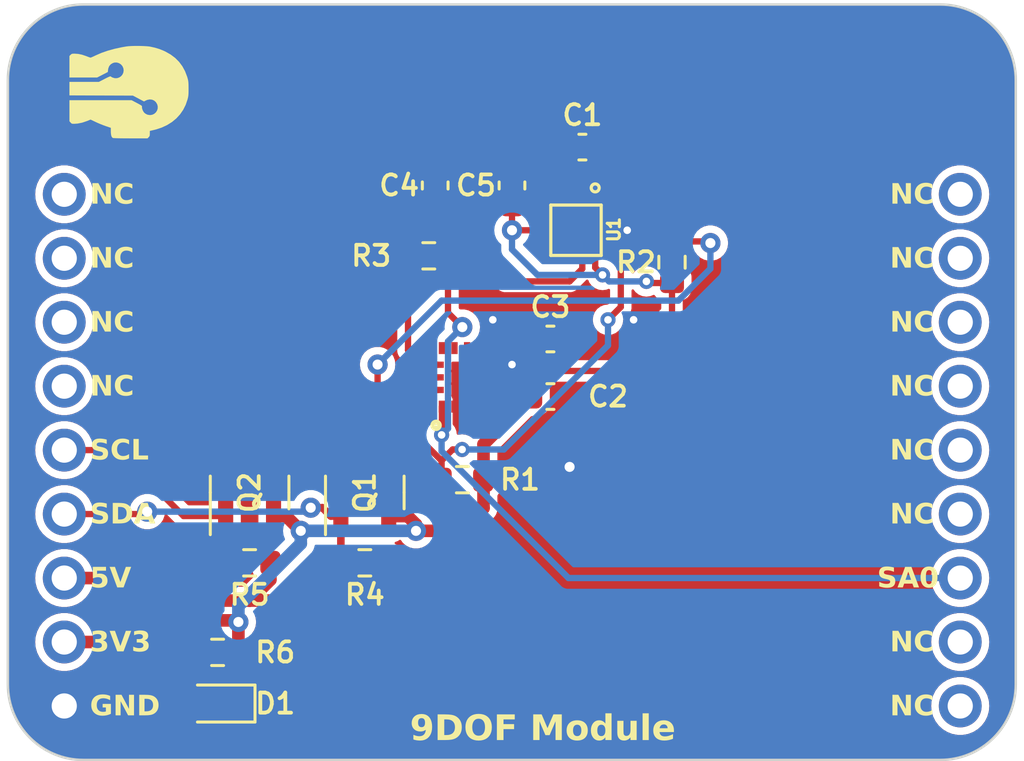
<source format=kicad_pcb>
(kicad_pcb (version 20221018) (generator pcbnew)
  (layers (0 "F.Cu" signal) (31 "B.Cu" signal) (34 "B.Paste" user) (35 "F.Paste" user) (36 "B.SilkS" user "B.Silkscreen") (37 "F.SilkS" user "F.Silkscreen") (38 "B.Mask" user) (39 "F.Mask" user) (44 "Edge.Cuts" user))
  (net 0 "")
  (net 1 "GND")
  (net 3 "+3V3")
  (net 7 "Net-(AC1-SCL)")
  (net 8 "Net-(AC1-SDA)")
  (net 9 "Net-(U1-C1)")
  (net 10 "Net-(D1-A)")
  (net 11 "SDA")
  (net 12 "SCL")
  (net 13 "+5V")
  (net 28 "SA0")
  (footprint "Moduler_:pin_header" (layer "F.Cu") (at 88.147877 63.59652)
    (fp_text reference "U2" hide)
    (fp_text value "~" hide)
    (fp_text user "SCL" (at -16.51 0 unlocked) (layer "F.SilkS") (effects (font (size 0.8 0.8) (thickness 0.2) bold) (justify left bottom)))
    (fp_text user "NC" (at -16.51 -2.54 unlocked) (layer "F.SilkS") (effects (font (size 0.8 0.8) (thickness 0.2) bold) (justify left bottom)))
    (fp_text user "NC" (at -16.51 -5.08 unlocked) (layer "F.SilkS") (effects (font (size 0.8 0.8) (thickness 0.2) bold) (justify left bottom)))
    (fp_text user "NC" (at 15.24 -5.08 unlocked) (layer "F.SilkS") (effects (font (size 0.8 0.8) (thickness 0.2) bold) (justify left bottom)))
    (fp_text user "NC" (at -16.51 -7.62 unlocked) (layer "F.SilkS") (effects (font (size 0.8 0.8) (thickness 0.2) bold) (justify left bottom)))
    (fp_text user "NC" (at 15.24 7.62 unlocked) (layer "F.SilkS") (effects (font (size 0.8 0.8) (thickness 0.2) bold) (justify left bottom)))
    (fp_text user "GND" (at -16.51 10.16 unlocked) (layer "F.SilkS") (effects (font (size 0.8 0.8) (thickness 0.2) bold) (justify left bottom)))
    (fp_text user "5V" (at -16.51 5.08 unlocked) (layer "F.SilkS") (effects (font (size 0.8 0.8) (thickness 0.2) bold) (justify left bottom)))
    (fp_text user "SDA" (at -16.51 2.54 unlocked) (layer "F.SilkS") (effects (font (size 0.8 0.8) (thickness 0.2) bold) (justify left bottom)))
    (fp_text user "NC" (at 15.24 -2.54 unlocked) (layer "F.SilkS") (effects (font (size 0.8 0.8) (thickness 0.2) bold) (justify left bottom)))
    (fp_text user "NC" (at 15.24 10.16 unlocked) (layer "F.SilkS") (effects (font (size 0.8 0.8) (thickness 0.2) bold) (justify left bottom)))
    (fp_text user "NC" (at 15.24 -10.16 unlocked) (layer "F.SilkS") (effects (font (size 0.8 0.8) (thickness 0.2) bold) (justify left bottom)))
    (fp_text user "9DOF Module" (at -3.81 11.176 unlocked) (layer "F.SilkS") (effects (font (thickness 0.2) bold) (justify left bottom)))
    (fp_text user "NC" (at 15.24 2.54 unlocked) (layer "F.SilkS") (effects (font (size 0.8 0.8) (thickness 0.2) bold) (justify left bottom)))
    (fp_text user "NC" (at -16.51 -10.16 unlocked) (layer "F.SilkS") (effects (font (size 0.8 0.8) (thickness 0.2) bold) (justify left bottom)))
    (fp_text user "3V3" (at -16.51 7.62 unlocked) (layer "F.SilkS") (effects (font (size 0.8 0.8) (thickness 0.2) bold) (justify left bottom)))
    (fp_text user "SA0" (at 14.732 5.08 unlocked) (layer "F.SilkS") (effects (font (size 0.8 0.8) (thickness 0.2) bold) (justify left bottom)))
    (fp_text user "NC" (at 15.24 -7.62 unlocked) (layer "F.SilkS") (effects (font (size 0.8 0.8) (thickness 0.2) bold) (justify left bottom)))
    (fp_text user "NC" (at 15.24 0 unlocked) (layer "F.SilkS") (effects (font (size 0.8 0.8) (thickness 0.2) bold) (justify left bottom)))
    (fp_poly (pts (xy -14.485582 -16.559009) (xy -14.360573 -16.554745) (xy -14.248636 -16.54798) (xy -14.157002 -16.538775) (xy -14.117924 -16.532703) (xy -13.929469 -16.491549) (xy -13.759531 -16.440533) (xy -13.595569 -16.375574) (xy -13.505604 -16.333511) (xy -13.302009 -16.218091) (xy -13.123321 -16.083397) (xy -12.969118 -15.928915) (xy -12.838978 -15.754131) (xy -12.73248 -15.558531) (xy -12.6492 -15.3416) (xy -12.625721 -15.261504) (xy -12.612959 -15.20932) (xy -12.603846 -15.156964) (xy -12.597806 -15.097579) (xy -12.594264 -15.024306) (xy -12.592645 -14.930288) (xy -12.59236 -14.863654) (xy -12.592671 -14.758539) (xy -12.594379 -14.67766) (xy -12.598173 -14.613669) (xy -12.604739 -14.559219) (xy -12.614766 -14.506962) (xy -12.628942 -14.449549) (xy -12.632287 -14.43698) (xy -12.705714 -14.221543) (xy -12.805363 -14.022972) (xy -12.930147 -13.842253) (xy -13.078978 -13.68037) (xy -13.250768 -13.538308) (xy -13.444431 -13.417053) (xy -13.658878 -13.317589) (xy -13.893022 -13.240901) (xy -13.975535 -13.220506) (xy -14.129547 -13.185381) (xy -14.129547 -13.083439) (xy -14.131087 -13.025365) (xy -14.138019 -12.987709) (xy -14.153807 -12.959356) (xy -14.17572 -12.935324) (xy -14.221893 -12.889151) (xy -14.898388 -12.889632) (xy -15.093554 -12.890179) (xy -15.257188 -12.891522) (xy -15.389336 -12.893662) (xy -15.490047 -12.896601) (xy -15.559371 -12.900339) (xy -15.597354 -12.904877) (xy -15.604006 -12.907041) (xy -15.639705 -12.944721) (xy -15.663541 -13.009816) (xy -15.675744 -13.103144) (xy -15.677582 -13.169023) (xy -15.677607 -13.307746) (xy -15.877323 -13.375342) (xy -15.973613 -13.410249) (xy -16.083694 -13.453796) (xy -16.193274 -13.500154) (xy -16.27912 -13.539209) (xy -16.481202 -13.63548) (xy -16.625058 -13.577237) (xy -16.814264 -13.51298) (xy -16.995657 -13.477073) (xy -17.112214 -13.468483) (xy -17.172568 -13.467793) (xy -17.210949 -13.471228) (xy -17.236949 -13.481681) (xy -17.260163 -13.502045) (xy -17.274123 -13.517292) (xy -17.320343 -13.568879) (xy -17.320343 -13.987224) (xy -17.320343 -14.405569) (xy -16.086926 -14.405569) (xy -14.85351 -14.405569) (xy -14.643801 -14.294889) (xy -14.56284 -14.251731) (xy -14.506066 -14.219928) (xy -14.469493 -14.196546) (xy -14.449134 -14.178651) (xy -14.441003 -14.163308) (xy -14.441111 -14.147581) (xy -14.441413 -14.14592) (xy -14.43976 -14.092795) (xy -14.421236 -14.027967) (xy -14.3904 -13.962942) (xy -14.35181 -13.909228) (xy -14.344762 -13.902005) (xy -14.296227 -13.865834) (xy -14.236644 -13.835404) (xy -14.214799 -13.827587) (xy -14.121045 -13.813694) (xy -14.033382 -13.827179) (xy -13.955509 -13.863953) (xy -13.891126 -13.919926) (xy -13.843932 -13.991011) (xy -13.817627 -14.073118) (xy -13.815911 -14.162158) (xy -13.838074 -14.243952) (xy -13.888707 -14.328311) (xy -13.95777 -14.389514) (xy -14.040589 -14.425955) (xy -14.132494 -14.436027) (xy -14.228811 -14.418125) (xy -14.281052 -14.396241) (xy -14.36193 -14.355321) (xy -14.581404 -14.471272) (xy -14.800878 -14.587224) (xy -16.06061 -14.591538) (xy -17.320343 -14.595853) (xy -17.320343 -14.86402) (xy -17.320343 -15.132186) (xy -16.736108 -15.132186) (xy -16.151873 -15.132186) (xy -15.92364 -15.25081) (xy -15.825628 -15.300328) (xy -15.752835 -15.333929) (xy -15.705794 -15.351385) (xy -15.685044 -15.352471) (xy -15.684533 -15.351839) (xy -15.664369 -15.334981) (xy -15.626413 -15.313259) (xy -15.608475 -15.304645) (xy -15.517344 -15.278515) (xy -15.42868 -15.280387) (xy -15.34665 -15.306716) (xy -15.27542 -15.353956) (xy -15.219157 -15.418565) (xy -15.182028 -15.496995) (xy -15.1682 -15.585704) (xy -15.178799 -15.670169) (xy -15.216089 -15.756834) (xy -15.2752 -15.826154) (xy -15.350432 -15.875231) (xy -15.436087 -15.901168) (xy -15.526465 -15.901066) (xy -15.594919 -15.881743) (xy -15.679764 -15.831605) (xy -15.7402 -15.761879) (xy -15.776844 -15.671686) (xy -15.787538 -15.6087) (xy -15.796027 -15.524455) (xy -16.008245 -15.415199) (xy -16.220463 -15.305942) (xy -16.770403 -15.305942) (xy -17.320343 -15.305942) (xy -17.320343 -15.73365) (xy -17.320343 -16.161358) (xy -17.27417 -16.207531) (xy -17.247441 -16.231634) (xy -17.221044 -16.24546) (xy -17.185152 -16.251797) (xy -17.129936 -16.253429) (xy -17.112261 -16.253429) (xy -16.965134 -16.242789) (xy -16.813828 -16.210492) (xy -16.650907 -16.15493) (xy -16.643254 -16.151886) (xy -16.580147 -16.127507) (xy -16.526736 -16.108472) (xy -16.490695 -16.097439) (xy -16.481152 -16.095743) (xy -16.459332 -16.102404) (xy -16.415439 -16.120594) (xy -16.35561 -16.147624) (xy -16.285983 -16.180807) (xy -16.277762 -16.184828) (xy -16.053998 -16.282606) (xy -15.80365 -16.369931) (xy -15.530295 -16.445763) (xy -15.237504 -16.509065) (xy -15.053614 -16.540657) (xy -14.971712 -16.549822) (xy -14.866727 -16.556178) (xy -14.74589 -16.559787) (xy -14.616431 -16.56071)) (fill solid) (layer "F.SilkS"))
    (fp_poly (pts (xy -19.759475 -15.361112) (xy -19.747896 -15.5134) (xy -19.728827 -15.663474) (xy -19.702457 -15.811146) (xy -19.668975 -15.956226) (xy -19.628568 -16.098527) (xy -19.581426 -16.23786) (xy -19.527736 -16.374037) (xy -19.467687 -16.506869) (xy -19.401468 -16.636168) (xy -19.329267 -16.761745) (xy -19.251272 -16.883413) (xy -19.167671 -17.000982) (xy -19.078654 -17.114264) (xy -18.984408 -17.223072) (xy -18.885122 -17.327215) (xy -18.780984 -17.426507) (xy -18.672182 -17.520758) (xy -18.558906 -17.609781) (xy -18.441343 -17.693386) (xy -18.319683 -17.771386) (xy -18.194112 -17.843591) (xy -18.06482 -17.909814) (xy -17.931995 -17.969866) (xy -17.795826 -18.023559) (xy -17.6565 -18.070704) (xy -17.514207 -18.111113) (xy -17.369134 -18.144597) (xy -17.221471 -18.170968) (xy -17.071405 -18.190038) (xy -16.919125 -18.201619) (xy -16.764819 -18.20552) (xy 17.238832 -18.20552) (xy 17.393137 -18.201619) (xy 17.545417 -18.190038) (xy 17.695483 -18.170968) (xy 17.843146 -18.144597) (xy 17.988219 -18.111113) (xy 18.130512 -18.070704) (xy 18.269837 -18.023559) (xy 18.406006 -17.969866) (xy 18.538831 -17.909814) (xy 18.668123 -17.843591) (xy 18.793694 -17.771386) (xy 18.915355 -17.693386) (xy 19.032917 -17.609781) (xy 19.146194 -17.520758) (xy 19.254995 -17.426507) (xy 19.359133 -17.327215) (xy 19.458419 -17.223072) (xy 19.552665 -17.114264) (xy 19.641683 -17.000982) (xy 19.725284 -16.883413) (xy 19.803279 -16.761745) (xy 19.87548 -16.636168) (xy 19.9417 -16.506869) (xy 20.001748 -16.374037) (xy 20.055438 -16.23786) (xy 20.102581 -16.098527) (xy 20.142987 -15.956226) (xy 20.17647 -15.811146) (xy 20.20284 -15.663474) (xy 20.221909 -15.5134) (xy 20.233488 -15.361112) (xy 20.23739 -15.206798) (xy 20.23739 8.797094) (xy 20.233488 8.951408) (xy 20.221909 9.103696) (xy 20.20284 9.25377) (xy 20.17647 9.401441) (xy 20.142987 9.546522) (xy 20.102581 9.688822) (xy 20.055438 9.828155) (xy 20.001748 9.964332) (xy 19.9417 10.097164) (xy 19.87548 10.226463) (xy 19.803279 10.352041) (xy 19.725284 10.473708) (xy 19.641683 10.591278) (xy 19.552665 10.70456) (xy 19.458419 10.813367) (xy 19.359133 10.917511) (xy 19.254995 11.016803) (xy 19.146194 11.111054) (xy 19.032917 11.200077) (xy 18.915355 11.283682) (xy 18.793694 11.361681) (xy 18.668123 11.433887) (xy 18.538831 11.50011) (xy 18.406006 11.560162) (xy 18.269837 11.613855) (xy 18.130512 11.661) (xy 17.988219 11.701409) (xy 17.843146 11.734893) (xy 17.695483 11.761265) (xy 17.545417 11.780334) (xy 17.393137 11.791915) (xy 17.238832 11.795817) (xy -16.764819 11.795817) (xy -16.919125 11.791915) (xy -17.071405 11.780334) (xy -17.221471 11.761265) (xy -17.369134 11.734893) (xy -17.514207 11.701409) (xy -17.6565 11.661) (xy -17.795826 11.613855) (xy -17.931995 11.560162) (xy -18.06482 11.50011) (xy -18.194112 11.433887) (xy -18.319683 11.361681) (xy -18.441343 11.283682) (xy -18.558906 11.200077) (xy -18.672182 11.111054) (xy -18.780984 11.016803) (xy -18.885122 10.917511) (xy -18.984408 10.813367) (xy -19.078654 10.70456) (xy -19.167671 10.591278) (xy -19.251272 10.473708) (xy -19.329267 10.352041) (xy -19.401468 10.226463) (xy -19.467687 10.097164) (xy -19.527736 9.964332) (xy -19.581426 9.828155) (xy -19.628568 9.688822) (xy -19.668975 9.546522) (xy -19.702457 9.401441) (xy -19.728827 9.25377) (xy -19.747896 9.103696) (xy -19.759475 8.951408) (xy -19.763377 8.797094) (xy -19.763377 -15.206798)) (stroke (width 0.1)) (fill none) (layer "Edge.Cuts"))
    (pad "1" thru_hole oval (at -17.526 -10.668) (size 1.7 1.7) (drill 1) (layers "*.Cu" "*.Mask"))
    (pad "2" thru_hole oval (at -17.526 -8.128) (size 1.7 1.7) (drill 1) (layers "*.Cu" "*.Mask"))
    (pad "3" thru_hole oval (at -17.526 -5.588) (size 1.7 1.7) (drill 1) (layers "*.Cu" "*.Mask"))
    (pad "4" thru_hole oval (at -17.526 -3.048) (size 1.7 1.7) (drill 1) (layers "*.Cu" "*.Mask"))
    (pad "5" thru_hole oval (at -17.526 -0.508) (size 1.7 1.7) (drill 1) (layers "*.Cu" "*.Mask") (net 12 "SCL"))
    (pad "6" thru_hole oval (at -17.526 2.032) (size 1.7 1.7) (drill 1) (layers "*.Cu" "*.Mask") (net 11 "SDA"))
    (pad "7" thru_hole oval (at -17.526 4.572) (size 1.7 1.7) (drill 1) (layers "*.Cu" "*.Mask") (net 13 "+5V"))
    (pad "8" thru_hole oval (at -17.526 7.112) (size 1.7 1.7) (drill 1) (layers "*.Cu" "*.Mask") (net 3 "+3V3"))
    (pad "9" thru_hole oval (at -17.526 9.652) (size 1.7 1.7) (drill 1) (layers "*.Cu" "*.Mask") (net 1 "GND"))
    (pad "10" thru_hole oval (at 18.034 9.652) (size 1.7 1.7) (drill 1) (layers "*.Cu" "*.Mask"))
    (pad "11" thru_hole oval (at 18.034 7.112) (size 1.7 1.7) (drill 1) (layers "*.Cu" "*.Mask"))
    (pad "12" thru_hole oval (at 18.034 4.572) (size 1.7 1.7) (drill 1) (layers "*.Cu" "*.Mask") (net 28 "SA0"))
    (pad "13" thru_hole oval (at 18.034 2.032) (size 1.7 1.7) (drill 1) (layers "*.Cu" "*.Mask"))
    (pad "14" thru_hole oval (at 18.034 -0.508) (size 1.7 1.7) (drill 1) (layers "*.Cu" "*.Mask"))
    (pad "15" thru_hole oval (at 18.034 -3.048) (size 1.7 1.7) (drill 1) (layers "*.Cu" "*.Mask"))
    (pad "16" thru_hole oval (at 18.034 -5.588) (size 1.7 1.7) (drill 1) (layers "*.Cu" "*.Mask"))
    (pad "17" thru_hole oval (at 18.034 -8.128) (size 1.7 1.7) (drill 1) (layers "*.Cu" "*.Mask"))
    (pad "18" thru_hole oval (at 18.034 -10.668) (size 1.7 1.7) (drill 1) (layers "*.Cu" "*.Mask"))
  )
  (footprint "meminle:LGA12_2X2" (layer "F.Cu") (at 90.932 54.356 -90)
    (fp_text reference "U1" (at -0.026 -1.5048 90) (layer "F.SilkS") (effects (font (size 0.48 0.48) (thickness 0.12))))
    (fp_text value "LIS3MDLTR")
    (fp_line (start -1 -1) (end 1 -1) (stroke (width 0.127)) (layer "F.SilkS"))
    (fp_line (start -1 1) (end -1 -1) (stroke (width 0.127)) (layer "F.SilkS"))
    (fp_line (start 1 -1) (end 1 1) (stroke (width 0.127)) (layer "F.SilkS"))
    (fp_line (start 1 1) (end -1 1) (stroke (width 0.127)) (layer "F.SilkS"))
    (fp_circle (center -1.682112 -0.762) (end -1.524 -0.762) (stroke (width 0.127)) (fill none) (layer "F.SilkS"))
    (pad "1" smd rect (at -0.75 -0.75 270) (size 0.3 0.3) (layers "F.Cu" "F.Paste") (net 7 "Net-(AC1-SCL)"))
    (pad "2" smd rect (at -0.75 -0.25 270) (size 0.3 0.3) (layers "F.Cu" "F.Paste") (net 1 "GND"))
    (pad "3" smd rect (at -0.75 0.25 270) (size 0.3 0.3) (layers "F.Cu" "F.Paste") (net 1 "GND"))
    (pad "4" smd rect (at -0.75 0.75 270) (size 0.3 0.3) (layers "F.Cu" "F.Paste") (net 9 "Net-(U1-C1)"))
    (pad "5" smd rect (at -0.25 0.75 270) (size 0.3 0.3) (layers "F.Cu" "F.Paste") (net 3 "+3V3"))
    (pad "6" smd rect (at 0.25 0.75 270) (size 0.3 0.3) (layers "F.Cu" "F.Paste") (net 3 "+3V3"))
    (pad "7" smd rect (at 0.75 0.75 270) (size 0.3 0.3) (layers "F.Cu" "F.Paste"))
    (pad "8" smd rect (at 0.75 0.25 270) (size 0.3 0.3) (layers "F.Cu"))
    (pad "9" smd rect (at 0.75 -0.25 270) (size 0.3 0.3) (layers "F.Cu" "F.Paste") (net 28 "SA0"))
    (pad "10" smd rect (at 0.75 -0.75 270) (size 0.3 0.3) (layers "F.Cu" "F.Paste") (net 3 "+3V3"))
    (pad "11" smd rect (at 0.25 -0.75 270) (size 0.3 0.3) (layers "F.Cu" "F.Paste") (net 8 "Net-(AC1-SDA)"))
    (pad "12" smd rect (at -0.25 -0.75 270) (size 0.3 0.3) (layers "F.Cu" "F.Paste") (net 1 "GND"))
  )
  (footprint "Package_TO_SOT_SMD:SOT-23" (layer "F.Cu") (at 82.55 64.77 90)
    (fp_text reference "Q1" (at 0 0 90) (layer "F.SilkS") (effects (font (size 0.8 0.8) (thickness 0.15) bold)))
    (fp_text value "NMOS" hide)
    (fp_line (start 0 -1.56) (end -1.675 -1.56) (stroke (width 0.12)) (layer "F.SilkS"))
    (fp_line (start 0 -1.56) (end 0.65 -1.56) (stroke (width 0.12)) (layer "F.SilkS"))
    (fp_line (start 0 1.56) (end -0.65 1.56) (stroke (width 0.12)) (layer "F.SilkS"))
    (fp_line (start 0 1.56) (end 0.65 1.56) (stroke (width 0.12)) (layer "F.SilkS"))
    (pad "1" smd roundrect (at -0.9375 -0.95 90) (size 1.475 0.6) (layers "F.Cu" "F.Paste" "F.Mask") (net 11 "SDA"))
    (pad "2" smd roundrect (at -0.9375 0.95 90) (size 1.475 0.6) (layers "F.Cu" "F.Paste" "F.Mask") (net 3 "+3V3"))
    (pad "3" smd roundrect (at 0.9375 0 90) (size 1.475 0.6) (layers "F.Cu" "F.Paste" "F.Mask") (net 8 "Net-(AC1-SDA)"))
  )
  (footprint "Resistor_SMD:R_0603_1608Metric" (layer "F.Cu") (at 85.09 55.372)
    (fp_text reference "R3" (at -2.286 0) (layer "F.SilkS") (effects (font (size 0.8 0.8) (thickness 0.15) bold)))
    (fp_text value "10k" hide)
    (fp_line (start -0.237258 -0.5225) (end 0.237258 -0.5225) (stroke (width 0.12)) (layer "F.SilkS"))
    (fp_line (start -0.237258 0.5225) (end 0.237258 0.5225) (stroke (width 0.12)) (layer "F.SilkS"))
    (pad "1" smd roundrect (at -0.825 0) (size 0.8 0.95) (layers "F.Cu" "F.Paste" "F.Mask") (net 3 "+3V3"))
    (pad "2" smd roundrect (at 0.825 0) (size 0.8 0.95) (layers "F.Cu" "F.Paste" "F.Mask") (net 28 "SA0"))
  )
  (footprint "Resistor_SMD:R_0603_1608Metric" (layer "F.Cu") (at 86.423 64.262 180)
    (fp_text reference "R1" (at -2.286 0) (layer "F.SilkS") (effects (font (size 0.8 0.8) (thickness 0.15) bold)))
    (fp_text value "10k" hide)
    (fp_line (start -0.237258 -0.5225) (end 0.237258 -0.5225) (stroke (width 0.12)) (layer "F.SilkS"))
    (fp_line (start -0.237258 0.5225) (end 0.237258 0.5225) (stroke (width 0.12)) (layer "F.SilkS"))
    (pad "1" smd roundrect (at -0.825 0 180) (size 0.8 0.95) (layers "F.Cu" "F.Paste" "F.Mask") (net 3 "+3V3"))
    (pad "2" smd roundrect (at 0.825 0 180) (size 0.8 0.95) (layers "F.Cu" "F.Paste" "F.Mask") (net 8 "Net-(AC1-SDA)"))
  )
  (footprint "Capacitor_SMD:C_0603_1608Metric" (layer "F.Cu") (at 85.344 52.578 90)
    (fp_text reference "C4" (at 0 -1.43 180) (layer "F.SilkS") (effects (font (size 0.8 0.8) (thickness 0.15) bold)))
    (fp_text value "C")
    (fp_line (start -0.14058 -0.51) (end 0.14058 -0.51) (stroke (width 0.12)) (layer "F.SilkS"))
    (fp_line (start -0.14058 0.51) (end 0.14058 0.51) (stroke (width 0.12)) (layer "F.SilkS"))
    (pad "1" smd roundrect (at -0.775 0 90) (size 0.9 0.95) (layers "F.Cu" "F.Paste" "F.Mask") (net 3 "+3V3"))
    (pad "2" smd roundrect (at 0.775 0 90) (size 0.9 0.95) (layers "F.Cu" "F.Paste" "F.Mask") (net 1 "GND"))
  )
  (footprint "Capacitor_SMD:C_0603_1608Metric" (layer "F.Cu") (at 89.916 58.674)
    (fp_text reference "C3" (at 0 -1.27 180) (layer "F.SilkS") (effects (font (size 0.8 0.8) (thickness 0.15) bold)))
    (fp_text value "C")
    (fp_line (start -0.14058 -0.51) (end 0.14058 -0.51) (stroke (width 0.12)) (layer "F.SilkS"))
    (fp_line (start -0.14058 0.51) (end 0.14058 0.51) (stroke (width 0.12)) (layer "F.SilkS"))
    (pad "1" smd roundrect (at -0.775 0) (size 0.9 0.95) (layers "F.Cu" "F.Paste" "F.Mask") (net 3 "+3V3"))
    (pad "2" smd roundrect (at 0.775 0) (size 0.9 0.95) (layers "F.Cu" "F.Paste" "F.Mask") (net 1 "GND"))
  )
  (footprint "meminle:LGA-14_2.5X3X0.86_" (layer "F.Cu") (at 86.36 60.198 90)
    (fp_text reference "AC1" hide)
    (fp_text value "LSM6DSOTR" hide)
    (fp_circle (center -1.905 -0.98) (end -1.905 -0.953) (stroke (width 0.2)) (fill none) (layer "F.SilkS"))
    (pad "1" smd rect (at -1.1625 -0.75 180) (size 0.25 0.475) (layers "F.Cu" "F.Paste" "F.Mask") (net 28 "SA0"))
    (pad "2" smd rect (at -1.1625 -0.25 180) (size 0.25 0.475) (layers "F.Cu" "F.Paste" "F.Mask") (net 1 "GND"))
    (pad "3" smd rect (at -1.1625 0.25 180) (size 0.25 0.475) (layers "F.Cu" "F.Paste" "F.Mask") (net 1 "GND"))
    (pad "4" smd rect (at -1.1625 0.75 180) (size 0.25 0.475) (layers "F.Cu" "F.Paste" "F.Mask"))
    (pad "5" smd rect (at -0.5 0.9125 90) (size 0.25 0.475) (layers "F.Cu" "F.Paste" "F.Mask") (net 3 "+3V3"))
    (pad "6" smd rect (at 0 0.9125 90) (size 0.25 0.475) (layers "F.Cu" "F.Paste" "F.Mask") (net 1 "GND"))
    (pad "7" smd rect (at 0.5 0.9125 90) (size 0.25 0.475) (layers "F.Cu" "F.Paste" "F.Mask") (net 1 "GND"))
    (pad "8" smd rect (at 1.1625 0.75 180) (size 0.25 0.475) (layers "F.Cu" "F.Paste" "F.Mask") (net 3 "+3V3"))
    (pad "9" smd rect (at 1.1625 0.25 180) (size 0.25 0.475) (layers "F.Cu" "F.Paste" "F.Mask"))
    (pad "10" smd rect (at 1.1625 -0.25 180) (size 0.25 0.475) (layers "F.Cu" "F.Paste" "F.Mask"))
    (pad "11" smd rect (at 1.1625 -0.75 180) (size 0.25 0.475) (layers "F.Cu" "F.Paste" "F.Mask"))
    (pad "12" smd rect (at 0.5 -0.9125 90) (size 0.25 0.475) (layers "F.Cu" "F.Paste" "F.Mask") (net 3 "+3V3"))
    (pad "13" smd rect (at 0 -0.9125 90) (size 0.25 0.475) (layers "F.Cu" "F.Paste" "F.Mask") (net 7 "Net-(AC1-SCL)"))
    (pad "14" smd rect (at -0.5 -0.9125 90) (size 0.25 0.475) (layers "F.Cu" "F.Paste" "F.Mask") (net 8 "Net-(AC1-SDA)"))
  )
  (footprint "Resistor_SMD:R_0603_1608Metric" (layer "F.Cu") (at 76.708 71.12 180)
    (fp_text reference "R6" (at -2.286 0) (layer "F.SilkS") (effects (font (size 0.8 0.8) (thickness 0.15) bold)))
    (fp_text value "470r" hide)
    (fp_line (start -0.237258 -0.5225) (end 0.237258 -0.5225) (stroke (width 0.12)) (layer "F.SilkS"))
    (fp_line (start -0.237258 0.5225) (end 0.237258 0.5225) (stroke (width 0.12)) (layer "F.SilkS"))
    (pad "1" smd roundrect (at -0.825 0 180) (size 0.8 0.95) (layers "F.Cu" "F.Paste" "F.Mask") (net 3 "+3V3"))
    (pad "2" smd roundrect (at 0.825 0 180) (size 0.8 0.95) (layers "F.Cu" "F.Paste" "F.Mask") (net 10 "Net-(D1-A)"))
  )
  (footprint "Package_TO_SOT_SMD:SOT-23" (layer "F.Cu") (at 77.978 64.77 90)
    (fp_text reference "Q2" (at 0 0 90) (layer "F.SilkS") (effects (font (size 0.8 0.8) (thickness 0.15) bold)))
    (fp_text value "NMOS" hide)
    (fp_line (start 0 -1.56) (end -1.675 -1.56) (stroke (width 0.12)) (layer "F.SilkS"))
    (fp_line (start 0 -1.56) (end 0.65 -1.56) (stroke (width 0.12)) (layer "F.SilkS"))
    (fp_line (start 0 1.56) (end -0.65 1.56) (stroke (width 0.12)) (layer "F.SilkS"))
    (fp_line (start 0 1.56) (end 0.65 1.56) (stroke (width 0.12)) (layer "F.SilkS"))
    (pad "1" smd roundrect (at -0.9375 -0.95 90) (size 1.475 0.6) (layers "F.Cu" "F.Paste" "F.Mask") (net 12 "SCL"))
    (pad "2" smd roundrect (at -0.9375 0.95 90) (size 1.475 0.6) (layers "F.Cu" "F.Paste" "F.Mask") (net 3 "+3V3"))
    (pad "3" smd roundrect (at 0.9375 0 90) (size 1.475 0.6) (layers "F.Cu" "F.Paste" "F.Mask") (net 7 "Net-(AC1-SCL)"))
  )
  (footprint "Capacitor_SMD:C_0603_1608Metric" (layer "F.Cu") (at 88.392 52.578 90)
    (fp_text reference "C5" (at 0 -1.43 180) (layer "F.SilkS") (effects (font (size 0.8 0.8) (thickness 0.15) bold)))
    (fp_text value "C")
    (fp_line (start -0.14058 -0.51) (end 0.14058 -0.51) (stroke (width 0.12)) (layer "F.SilkS"))
    (fp_line (start -0.14058 0.51) (end 0.14058 0.51) (stroke (width 0.12)) (layer "F.SilkS"))
    (pad "1" smd roundrect (at -0.775 0 90) (size 0.9 0.95) (layers "F.Cu" "F.Paste" "F.Mask") (net 3 "+3V3"))
    (pad "2" smd roundrect (at 0.775 0 90) (size 0.9 0.95) (layers "F.Cu" "F.Paste" "F.Mask") (net 1 "GND"))
  )
  (footprint "LED_SMD:LED_0603_1608Metric" (layer "F.Cu") (at 76.708 73.152 180)
    (fp_text reference "D1" (at -2.286 0) (layer "F.SilkS") (effects (font (size 0.8 0.8) (thickness 0.15) bold)))
    (fp_text value "LED" hide)
    (fp_line (start -1.485 -0.735) (end -1.485 0.735) (stroke (width 0.12)) (layer "F.SilkS"))
    (fp_line (start -1.485 0.735) (end 0.8 0.735) (stroke (width 0.12)) (layer "F.SilkS"))
    (fp_line (start 0.8 -0.735) (end -1.485 -0.735) (stroke (width 0.12)) (layer "F.SilkS"))
    (pad "1" smd roundrect (at -0.7875 0 180) (size 0.875 0.95) (layers "F.Cu" "F.Paste" "F.Mask") (net 1 "GND"))
    (pad "2" smd roundrect (at 0.7875 0 180) (size 0.875 0.95) (layers "F.Cu" "F.Paste" "F.Mask") (net 10 "Net-(D1-A)"))
  )
  (footprint "Resistor_SMD:R_0603_1608Metric" (layer "F.Cu") (at 82.55 67.564 180)
    (fp_text reference "R4" (at 0 -1.27) (layer "F.SilkS") (effects (font (size 0.8 0.8) (thickness 0.15) bold)))
    (fp_text value "10k" hide)
    (fp_line (start -0.237258 -0.5225) (end 0.237258 -0.5225) (stroke (width 0.12)) (layer "F.SilkS"))
    (fp_line (start -0.237258 0.5225) (end 0.237258 0.5225) (stroke (width 0.12)) (layer "F.SilkS"))
    (pad "1" smd roundrect (at -0.825 0 180) (size 0.8 0.95) (layers "F.Cu" "F.Paste" "F.Mask") (net 13 "+5V"))
    (pad "2" smd roundrect (at 0.825 0 180) (size 0.8 0.95) (layers "F.Cu" "F.Paste" "F.Mask") (net 11 "SDA"))
  )
  (footprint "Capacitor_SMD:C_0603_1608Metric" (layer "F.Cu") (at 91.186 51.054)
    (fp_text reference "C1" (at 0 -1.27) (layer "F.SilkS") (effects (font (size 0.8 0.8) (thickness 0.15) bold)))
    (fp_text value "C" hide)
    (fp_line (start -0.14058 -0.51) (end 0.14058 -0.51) (stroke (width 0.12)) (layer "F.SilkS"))
    (fp_line (start -0.14058 0.51) (end 0.14058 0.51) (stroke (width 0.12)) (layer "F.SilkS"))
    (pad "1" smd roundrect (at -0.775 0) (size 0.9 0.95) (layers "F.Cu" "F.Paste" "F.Mask") (net 9 "Net-(U1-C1)"))
    (pad "2" smd roundrect (at 0.775 0) (size 0.9 0.95) (layers "F.Cu" "F.Paste" "F.Mask") (net 1 "GND"))
  )
  (footprint "Resistor_SMD:R_0603_1608Metric" (layer "F.Cu") (at 94.742 55.626 90)
    (fp_text reference "R2" (at 0 -1.43 180) (layer "F.SilkS") (effects (font (size 0.8 0.8) (thickness 0.15) bold)))
    (fp_text value "10k" hide)
    (fp_line (start -0.237258 -0.5225) (end 0.237258 -0.5225) (stroke (width 0.12)) (layer "F.SilkS"))
    (fp_line (start -0.237258 0.5225) (end 0.237258 0.5225) (stroke (width 0.12)) (layer "F.SilkS"))
    (pad "1" smd roundrect (at -0.825 0 90) (size 0.8 0.95) (layers "F.Cu" "F.Paste" "F.Mask") (net 3 "+3V3"))
    (pad "2" smd roundrect (at 0.825 0 90) (size 0.8 0.95) (layers "F.Cu" "F.Paste" "F.Mask") (net 7 "Net-(AC1-SCL)"))
  )
  (footprint "Capacitor_SMD:C_0603_1608Metric" (layer "F.Cu") (at 89.916 60.96)
    (fp_text reference "C2" (at 2.286 0 180) (layer "F.SilkS") (effects (font (size 0.8 0.8) (thickness 0.15) bold)))
    (fp_text value "C")
    (fp_line (start -0.14058 -0.51) (end 0.14058 -0.51) (stroke (width 0.12)) (layer "F.SilkS"))
    (fp_line (start -0.14058 0.51) (end 0.14058 0.51) (stroke (width 0.12)) (layer "F.SilkS"))
    (pad "1" smd roundrect (at -0.775 0) (size 0.9 0.95) (layers "F.Cu" "F.Paste" "F.Mask") (net 3 "+3V3"))
    (pad "2" smd roundrect (at 0.775 0) (size 0.9 0.95) (layers "F.Cu" "F.Paste" "F.Mask") (net 1 "GND"))
  )
  (footprint "Resistor_SMD:R_0603_1608Metric" (layer "F.Cu") (at 77.978 67.564 180)
    (fp_text reference "R5" (at 0 -1.27) (layer "F.SilkS") (effects (font (size 0.8 0.8) (thickness 0.15) bold)))
    (fp_text value "10k" hide)
    (fp_line (start -0.237258 -0.5225) (end 0.237258 -0.5225) (stroke (width 0.12)) (layer "F.SilkS"))
    (fp_line (start -0.237258 0.5225) (end 0.237258 0.5225) (stroke (width 0.12)) (layer "F.SilkS"))
    (pad "1" smd roundrect (at -0.825 0 180) (size 0.8 0.95) (layers "F.Cu" "F.Paste" "F.Mask") (net 13 "+5V"))
    (pad "2" smd roundrect (at 0.825 0 180) (size 0.8 0.95) (layers "F.Cu" "F.Paste" "F.Mask") (net 12 "SCL"))
  )
  (segment (start 92.714 54.106) (end 91.682 54.106) (width 0.25) (layer "F.Cu") (net 1))
  (segment (start 92.964 54.356) (end 92.714 54.106) (width 0.25) (layer "F.Cu") (net 1))
  (via (at 92.964 54.356) (size 0.6) (drill 0.3) (layers "F.Cu" "B.Cu") (net 1))
  (via (at 90.678 63.754) (size 0.8) (drill 0.4) (layers "F.Cu" "B.Cu") (net 1))
  (via (at 93.218 57.912) (size 0.6) (drill 0.3) (layers "F.Cu" "B.Cu") (net 1))
  (via (at 87.63 57.912) (size 0.6) (drill 0.3) (layers "F.Cu" "B.Cu") (net 1))
  (via (at 88.392 59.69) (size 0.6) (drill 0.3) (layers "F.Cu" "B.Cu") (net 1))
  (segment (start 89.916 54.606) (end 89.654 54.606) (width 0.25) (layer "F.Cu") (net 3))
  (segment (start 93.789 56.451) (end 93.726 56.388) (width 0.25) (layer "F.Cu") (net 3))
  (segment (start 89.141 60.96) (end 88.9 60.96) (width 0.25) (layer "F.Cu") (net 3))
  (segment (start 89.408 54.356) (end 89.658 54.106) (width 0.25) (layer "F.Cu") (net 3))
  (segment (start 87.2725 60.698) (end 88.13 60.698) (width 0.25) (layer "F.Cu") (net 3))
  (segment (start 89.658 54.106) (end 90.1695 54.106) (width 0.25) (layer "F.Cu") (net 3))
  (segment (start 91.694 55.1305) (end 91.682 55.1185) (width 0.25) (layer "F.Cu") (net 3))
  (segment (start 89.654 54.606) (end 89.67 54.606) (width 0.25) (layer "F.Cu") (net 3))
  (segment (start 77.533 69.913) (end 77.47 69.85) (width 0.5) (layer "F.Cu") (net 3))
  (segment (start 88.392 53.353) (end 85.344 53.353) (width 0.25) (layer "F.Cu") (net 3))
  (segment (start 89.141 60.96) (end 89.141 60.973) (width 0.5) (layer "F.Cu") (net 3))
  (segment (start 88.392 60.96) (end 89.141 60.96) (width 0.25) (layer "F.Cu") (net 3))
  (segment (start 86.36 66.294) (end 84.582 66.294) (width 0.5) (layer "F.Cu") (net 3))
  (segment (start 89.275884 59.944) (end 92.456 59.944) (width 0.25) (layer "F.Cu") (net 3))
  (segment (start 77.47 69.85) (end 73.66 69.85) (width 0.5) (layer "F.Cu") (net 3))
  (segment (start 84.265 55.372) (end 84.265 59.119) (width 0.25) (layer "F.Cu") (net 3))
  (segment (start 89.141 60.973) (end 87.261608 62.852392) (width 0.5) (layer "F.Cu") (net 3))
  (segment (start 89.654 54.606) (end 89.404 54.356) (width 0.25) (layer "F.Cu") (net 3))
  (segment (start 77.533 69.913) (end 77.533 70.866) (width 0.5) (layer "F.Cu") (net 3))
  (segment (start 87.884 58.674) (end 88.887 58.674) (width 0.25) (layer "F.Cu") (net 3))
  (segment (start 90.1695 54.606) (end 89.916 54.606) (width 0.25) (layer "F.Cu") (net 3))
  (segment (start 84.582 66.04) (end 84.2495 65.7075) (width 0.5) (layer "F.Cu") (net 3))
  (segment (start 78.928 65.7075) (end 79.4235 65.7075) (width 0.5) (layer "F.Cu") (net 3))
  (segment (start 84.823 53.353) (end 84.265 53.911) (width 0.25) (layer "F.Cu") (net 3))
  (segment (start 92.456 59.944) (end 94.742 57.658) (width 0.25) (layer "F.Cu") (net 3))
  (segment (start 85.344 53.353) (end 84.823 53.353) (width 0.25) (layer "F.Cu") (net 3))
  (segment (start 84.2495 65.7075) (end 83.5 65.7075) (width 0.5) (layer "F.Cu") (net 3))
  (segment (start 94.742 56.451) (end 93.789 56.451) (width 0.25) (layer "F.Cu") (net 3))
  (segment (start 91.9855 56.129701) (end 91.694 55.838201) (width 0.25) (layer "F.Cu") (net 3))
  (segment (start 72.80148 70.70852) (end 70.621877 70.70852) (width 0.5) (layer "F.Cu") (net 3))
  (segment (start 91.694 55.838201) (end 91.694 55.1305) (width 0.25) (layer "F.Cu") (net 3))
  (segment (start 79.4235 65.7075) (end 80.01 66.294) (width 0.5) (layer "F.Cu") (net 3))
  (segment (start 88.13 60.698) (end 88.392 60.96) (width 0.25) (layer "F.Cu") (net 3))
  (segment (start 89.404 54.356) (end 89.408 54.356) (width 0.25) (layer "F.Cu") (net 3))
  (segment (start 84.582 66.294) (end 84.582 66.04) (width 0.5) (layer "F.Cu") (net 3))
  (segment (start 88.392 54.356) (end 88.392 53.353) (width 0.25) (layer "F.Cu") (net 3))
  (segment (start 89.141 60.078884) (end 89.275884 59.944) (width 0.25) (layer "F.Cu") (net 3))
  (segment (start 84.844 59.698) (end 85.4475 59.698) (width 0.25) (layer "F.Cu") (net 3))
  (segment (start 94.742 57.658) (end 94.742 56.451) (width 0.25) (layer "F.Cu") (net 3))
  (segment (start 87.11 59.0355) (end 87.5225 59.0355) (width 0.25) (layer "F.Cu") (net 3))
  (segment (start 88.887 58.674) (end 89.017 58.804) (width 0.25) (layer "F.Cu") (net 3))
  (segment (start 90.1695 54.106) (end 90.1695 54.1065) (width 0.25) (layer "F.Cu") (net 3))
  (segment (start 89.141 60.96) (end 89.141 58.674) (width 0.25) (layer "F.Cu") (net 3))
  (segment (start 84.265 59.119) (end 84.844 59.698) (width 0.25) (layer "F.Cu") (net 3))
  (segment (start 90.1695 54.606) (end 89.654 54.606) (width 0.25) (layer "F.Cu") (net 3))
  (segment (start 87.261608 65.392392) (end 86.36 66.294) (width 0.5) (layer "F.Cu") (net 3))
  (segment (start 87.5225 59.0355) (end 87.884 58.674) (width 0.25) (layer "F.Cu") (net 3))
  (segment (start 88.392 54.356) (end 89.408 54.356) (width 0.25) (layer "F.Cu") (net 3))
  (segment (start 87.261608 62.852392) (end 87.261608 65.392392) (width 0.5) (layer "F.Cu") (net 3))
  (segment (start 73.66 69.85) (end 72.80148 70.70852) (width 0.5) (layer "F.Cu") (net 3))
  (segment (start 84.265 53.911) (end 84.265 55.372) (width 0.25) (layer "F.Cu") (net 3))
  (via (at 80.01 66.294) (size 0.8) (drill 0.4) (layers "F.Cu" "B.Cu") (net 3))
  (via (at 93.726 56.388) (size 0.6) (drill 0.3) (layers "F.Cu" "B.Cu") (net 3))
  (via (at 77.533 69.913) (size 0.8) (drill 0.4) (layers "F.Cu" "B.Cu") (net 3))
  (via (at 91.9855 56.129701) (size 0.6) (drill 0.3) (layers "F.Cu" "B.Cu") (net 3))
  (via (at 84.582 66.294) (size 0.8) (drill 0.4) (layers "F.Cu" "B.Cu") (net 3))
  (via (at 88.392 54.356) (size 0.8) (drill 0.4) (layers "F.Cu" "B.Cu") (net 3))
  (segment (start 88.392 55.118) (end 89.403701 56.129701) (width 0.25) (layer "B.Cu") (net 3))
  (segment (start 77.533 69.279) (end 80.01 66.802) (width 0.5) (layer "B.Cu") (net 3))
  (segment (start 93.726 56.388) (end 92.243799 56.388) (width 0.25) (layer "B.Cu") (net 3))
  (segment (start 88.392 54.356) (end 88.392 55.118) (width 0.25) (layer "B.Cu") (net 3))
  (segment (start 77.533 69.913) (end 77.533 69.279) (width 0.5) (layer "B.Cu") (net 3))
  (segment (start 80.01 66.802) (end 80.01 66.294) (width 0.5) (layer "B.Cu") (net 3))
  (segment (start 80.01 66.294) (end 84.582 66.294) (width 0.5) (layer "B.Cu") (net 3))
  (segment (start 92.243799 56.388) (end 91.9855 56.129701) (width 0.25) (layer "B.Cu") (net 3))
  (segment (start 89.403701 56.129701) (end 91.9855 56.129701) (width 0.25) (layer "B.Cu") (net 3))
  (segment (start 94.742 54.102) (end 94.742 54.801) (width 0.25) (layer "F.Cu") (net 7))
  (segment (start 77.978 62.738) (end 78.74 61.976) (width 0.25) (layer "F.Cu") (net 7))
  (segment (start 83.058 61.214) (end 84.074 60.198) (width 0.25) (layer "F.Cu") (net 7))
  (segment (start 83.058 61.214) (end 83.058 59.69) (width 0.25) (layer "F.Cu") (net 7))
  (segment (start 84.074 60.198) (end 85.4475 60.198) (width 0.25) (layer "F.Cu") (net 7))
  (segment (start 77.978 63.8325) (end 77.978 62.738) (width 0.25) (layer "F.Cu") (net 7))
  (segment (start 96.202203 54.800203) (end 94.742797 54.800203) (width 0.25) (layer "F.Cu") (net 7))
  (segment (start 96.266 54.864) (end 96.202203 54.800203) (width 0.25) (layer "F.Cu") (net 7))
  (segment (start 78.74 61.976) (end 82.296 61.976) (width 0.25) (layer "F.Cu") (net 7))
  (segment (start 94.742797 54.800203) (end 94.742 54.801) (width 0.25) (layer "F.Cu") (net 7))
  (segment (start 91.682 53.606) (end 94.246 53.606) (width 0.25) (layer "F.Cu") (net 7))
  (segment (start 82.296 61.976) (end 83.058 61.214) (width 0.25) (layer "F.Cu") (net 7))
  (segment (start 94.246 53.606) (end 94.742 54.102) (width 0.25) (layer "F.Cu") (net 7))
  (via (at 83.058 59.69) (size 0.8) (drill 0.4) (layers "F.Cu" "B.Cu") (net 7))
  (via (at 96.266 54.864) (size 0.8) (drill 0.4) (layers "F.Cu" "B.Cu") (net 7))
  (segment (start 85.598 57.15) (end 94.996 57.15) (width 0.25) (layer "B.Cu") (net 7))
  (segment (start 83.058 59.69) (end 85.598 57.15) (width 0.25) (layer "B.Cu") (net 7))
  (segment (start 96.266 55.88) (end 96.266 54.864) (width 0.25) (layer "B.Cu") (net 7))
  (segment (start 94.996 57.15) (end 96.266 55.88) (width 0.25) (layer "B.Cu") (net 7))
  (segment (start 86.412562 63.063219) (end 86.034781 63.063219) (width 0.25) (layer "F.Cu") (net 8))
  (segment (start 82.55 63.8325) (end 82.55 62.484) (width 0.25) (layer "F.Cu") (net 8))
  (segment (start 92.71 57.404) (end 92.202 57.912) (width 0.25) (layer "F.Cu") (net 8))
  (segment (start 92.71 55.184) (end 92.71 57.404) (width 0.25) (layer "F.Cu") (net 8))
  (segment (start 91.682 54.606) (end 92.132 54.606) (width 0.25) (layer "F.Cu") (net 8))
  (segment (start 84.074 60.96) (end 84.336 60.698) (width 0.25) (layer "F.Cu") (net 8))
  (segment (start 92.132 54.606) (end 92.71 55.184) (width 0.25) (layer "F.Cu") (net 8))
  (segment (start 85.598 64.262) (end 85.598 63.5) (width 0.25) (layer "F.Cu") (net 8))
  (segment (start 84.074 61.985305) (end 84.074 60.96) (width 0.25) (layer "F.Cu") (net 8))
  (segment (start 85.588695 63.5) (end 84.074 61.985305) (width 0.25) (layer "F.Cu") (net 8))
  (segment (start 82.55 62.484) (end 84.074 60.96) (width 0.25) (layer "F.Cu") (net 8))
  (segment (start 85.598 63.5) (end 85.588695 63.5) (width 0.25) (layer "F.Cu") (net 8))
  (segment (start 86.034781 63.063219) (end 85.598 63.5) (width 0.25) (layer "F.Cu") (net 8))
  (segment (start 84.336 60.698) (end 85.4475 60.698) (width 0.25) (layer "F.Cu") (net 8))
  (via (at 86.412562 63.063219) (size 0.6) (drill 0.3) (layers "F.Cu" "B.Cu") (net 8))
  (via (at 92.202 57.912) (size 0.6) (drill 0.3) (layers "F.Cu" "B.Cu") (net 8))
  (segment (start 92.202 58.928) (end 92.202 57.912) (width 0.25) (layer "B.Cu") (net 8))
  (segment (start 86.412562 63.063219) (end 88.066781 63.063219) (width 0.25) (layer "B.Cu") (net 8))
  (segment (start 88.066781 63.063219) (end 92.202 58.928) (width 0.25) (layer "B.Cu") (net 8))
  (segment (start 90.411 51.054) (end 90.411 52.542705) (width 0.25) (layer "F.Cu") (net 9))
  (segment (start 90.411 52.542705) (end 90.182 52.771705) (width 0.25) (layer "F.Cu") (net 9))
  (segment (start 90.182 52.771705) (end 90.182 53.606) (width 0.25) (layer "F.Cu") (net 9))
  (segment (start 75.883 73.1145) (end 75.9205 73.152) (width 0.5) (layer "F.Cu") (net 10))
  (segment (start 75.883 71.12) (end 75.883 73.1145) (width 0.5) (layer "F.Cu") (net 10))
  (segment (start 73.81748 65.62852) (end 73.914 65.532) (width 0.25) (layer "F.Cu") (net 11))
  (segment (start 81.2015 65.7075) (end 81.6 65.7075) (width 0.3) (layer "F.Cu") (net 11))
  (segment (start 81.6 65.7075) (end 81.6 67.439) (width 0.3) (layer "F.Cu") (net 11))
  (segment (start 81.6 67.439) (end 81.725 67.564) (width 0.3) (layer "F.Cu") (net 11))
  (segment (start 80.403723 65.375313) (end 80.869313 65.375313) (width 0.3) (layer "F.Cu") (net 11))
  (segment (start 70.621877 65.62852) (end 73.81748 65.62852) (width 0.25) (layer "F.Cu") (net 11))
  (segment (start 80.869313 65.375313) (end 81.2015 65.7075) (width 0.3) (layer "F.Cu") (net 11))
  (via (at 80.403723 65.375313) (size 0.8) (drill 0.4) (layers "F.Cu" "B.Cu") (net 11))
  (via (at 73.914 65.532) (size 0.8) (drill 0.4) (layers "F.Cu" "B.Cu") (net 11))
  (segment (start 80.403723 65.375313) (end 80.247036 65.532) (width 0.25) (layer "B.Cu") (net 11))
  (segment (start 80.247036 65.532) (end 73.914 65.532) (width 0.25) (layer "B.Cu") (net 11))
  (segment (start 77.028 65.7075) (end 77.028 67.439) (width 0.3) (layer "F.Cu") (net 12))
  (segment (start 77.028 67.439) (end 77.153 67.564) (width 0.3) (layer "F.Cu") (net 12))
  (segment (start 70.621877 63.08852) (end 72.74052 63.08852) (width 0.25) (layer "F.Cu") (net 12))
  (segment (start 75.3595 65.7075) (end 77.028 65.7075) (width 0.25) (layer "F.Cu") (net 12))
  (segment (start 72.74052 63.08852) (end 75.3595 65.7075) (width 0.25) (layer "F.Cu") (net 12))
  (segment (start 77.978 69.063) (end 82.575 69.063) (width 0.5) (layer "F.Cu") (net 13))
  (segment (start 78.803 67.564) (end 78.803 68.238) (width 0.5) (layer "F.Cu") (net 13))
  (segment (start 82.575 69.063) (end 83.375 68.263) (width 0.5) (layer "F.Cu") (net 13))
  (segment (start 83.375 68.263) (end 83.375 67.564) (width 0.5) (layer "F.Cu") (net 13))
  (segment (start 76.429 69.063) (end 77.978 69.063) (width 0.5) (layer "F.Cu") (net 13))
  (segment (start 75.53452 68.16852) (end 76.429 69.063) (width 0.5) (layer "F.Cu") (net 13))
  (segment (start 70.621877 68.16852) (end 75.53452 68.16852) (width 0.5) (layer "F.Cu") (net 13))
  (segment (start 78.803 68.238) (end 77.978 69.063) (width 0.5) (layer "F.Cu") (net 13))
  (segment (start 85.61 61.3605) (end 85.61 62.472) (width 0.25) (layer "F.Cu") (net 28))
  (segment (start 85.915 55.372) (end 85.852 55.435) (width 0.25) (layer "F.Cu") (net 28))
  (segment (start 91.182 55.884) (end 90.678 56.388) (width 0.25) (layer "F.Cu") (net 28))
  (segment (start 91.182 55.1185) (end 91.182 55.884) (width 0.25) (layer "F.Cu") (net 28))
  (segment (start 90.678 56.388) (end 88.138 56.388) (width 0.25) (layer "F.Cu") (net 28))
  (segment (start 87.122 55.372) (end 85.915 55.372) (width 0.25) (layer "F.Cu") (net 28))
  (segment (start 85.852 55.435) (end 85.852 56.388) (width 0.25) (layer "F.Cu") (net 28))
  (segment (start 85.61 62.472) (end 85.598 62.484) (width 0.25) (layer "F.Cu") (net 28))
  (segment (start 85.915 55.372) (end 85.661 55.626) (width 0.25) (layer "F.Cu") (net 28))
  (segment (start 88.138 56.388) (end 87.122 55.372) (width 0.25) (layer "F.Cu") (net 28))
  (segment (start 85.852 56.388) (end 85.852 57.633685) (width 0.25) (layer "F.Cu") (net 28))
  (segment (start 85.852 57.633685) (end 86.420313 58.201998) (width 0.25) (layer "F.Cu") (net 28))
  (via (at 86.420313 58.201998) (size 0.8) (drill 0.4) (layers "F.Cu" "B.Cu") (net 28))
  (via (at 85.598 62.484) (size 0.6) (drill 0.3) (layers "F.Cu" "B.Cu") (net 28))
  (segment (start 85.852 62.23) (end 85.598 62.484) (width 0.25) (layer "B.Cu") (net 28))
  (segment (start 86.420313 58.201998) (end 85.852 58.770311) (width 0.25) (layer "B.Cu") (net 28))
  (segment (start 85.598 62.484) (end 85.598 63.132541) (width 0.25) (layer "B.Cu") (net 28))
  (segment (start 85.598 63.132541) (end 90.633979 68.16852) (width 0.25) (layer "B.Cu") (net 28))
  (segment (start 85.852 58.770311) (end 85.852 62.23) (width 0.25) (layer "B.Cu") (net 28))
  (segment (start 90.633979 68.16852) (end 106.181877 68.16852) (width 0.25) (layer "B.Cu") (net 28))
  (zone (net 1) (net_name "GND") (layers "F&B.Cu") (connect_pads yes (clearance 0.3)) (min_thickness 0.1) (fill yes (thermal_gap 0.5) (thermal_bridge_width 0.5))
    (polygon (pts (xy 68.072 45.212) (xy 108.712 45.212) (xy 108.712 75.438) (xy 68.072 75.438)))
  )
)
</source>
